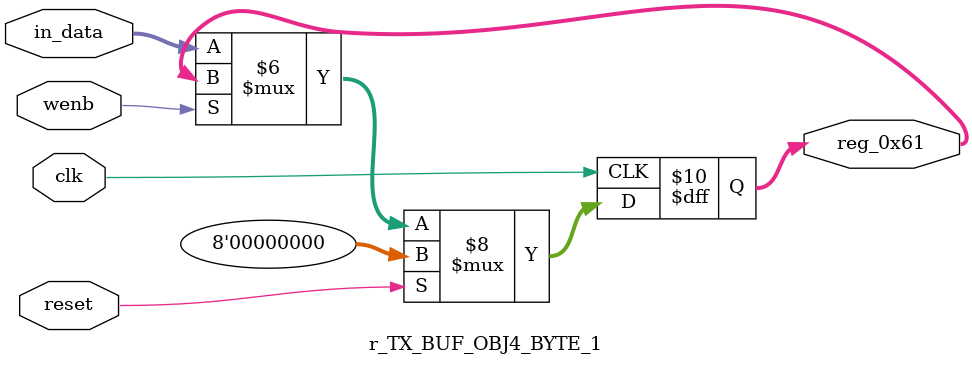
<source format=v>
module r_TX_BUF_OBJ4_BYTE_1(output reg [7:0] reg_0x61, input wire reset, input wire wenb, input wire [7:0] in_data, input wire clk);
	always@(posedge clk)
	begin
		if(reset==0) begin
			if(wenb==0)
				reg_0x61<=in_data;
			else
				reg_0x61<=reg_0x61;
		end
		else
			reg_0x61<=8'h00;
	end
endmodule
</source>
